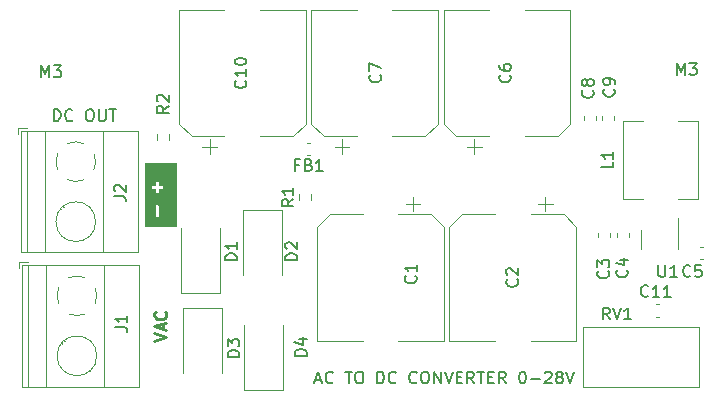
<source format=gbr>
%TF.GenerationSoftware,KiCad,Pcbnew,7.0.5*%
%TF.CreationDate,2023-07-04T22:36:34+05:30*%
%TF.ProjectId,BUCK_LOW_EMI,4255434b-5f4c-44f5-975f-454d492e6b69,rev?*%
%TF.SameCoordinates,Original*%
%TF.FileFunction,Legend,Top*%
%TF.FilePolarity,Positive*%
%FSLAX46Y46*%
G04 Gerber Fmt 4.6, Leading zero omitted, Abs format (unit mm)*
G04 Created by KiCad (PCBNEW 7.0.5) date 2023-07-04 22:36:34*
%MOMM*%
%LPD*%
G01*
G04 APERTURE LIST*
%ADD10C,0.150000*%
%ADD11C,0.250000*%
%ADD12C,0.120000*%
G04 APERTURE END LIST*
D10*
X82789160Y-93384104D02*
X83265350Y-93384104D01*
X82693922Y-93669819D02*
X83027255Y-92669819D01*
X83027255Y-92669819D02*
X83360588Y-93669819D01*
X84265350Y-93574580D02*
X84217731Y-93622200D01*
X84217731Y-93622200D02*
X84074874Y-93669819D01*
X84074874Y-93669819D02*
X83979636Y-93669819D01*
X83979636Y-93669819D02*
X83836779Y-93622200D01*
X83836779Y-93622200D02*
X83741541Y-93526961D01*
X83741541Y-93526961D02*
X83693922Y-93431723D01*
X83693922Y-93431723D02*
X83646303Y-93241247D01*
X83646303Y-93241247D02*
X83646303Y-93098390D01*
X83646303Y-93098390D02*
X83693922Y-92907914D01*
X83693922Y-92907914D02*
X83741541Y-92812676D01*
X83741541Y-92812676D02*
X83836779Y-92717438D01*
X83836779Y-92717438D02*
X83979636Y-92669819D01*
X83979636Y-92669819D02*
X84074874Y-92669819D01*
X84074874Y-92669819D02*
X84217731Y-92717438D01*
X84217731Y-92717438D02*
X84265350Y-92765057D01*
X85312970Y-92669819D02*
X85884398Y-92669819D01*
X85598684Y-93669819D02*
X85598684Y-92669819D01*
X86408208Y-92669819D02*
X86598684Y-92669819D01*
X86598684Y-92669819D02*
X86693922Y-92717438D01*
X86693922Y-92717438D02*
X86789160Y-92812676D01*
X86789160Y-92812676D02*
X86836779Y-93003152D01*
X86836779Y-93003152D02*
X86836779Y-93336485D01*
X86836779Y-93336485D02*
X86789160Y-93526961D01*
X86789160Y-93526961D02*
X86693922Y-93622200D01*
X86693922Y-93622200D02*
X86598684Y-93669819D01*
X86598684Y-93669819D02*
X86408208Y-93669819D01*
X86408208Y-93669819D02*
X86312970Y-93622200D01*
X86312970Y-93622200D02*
X86217732Y-93526961D01*
X86217732Y-93526961D02*
X86170113Y-93336485D01*
X86170113Y-93336485D02*
X86170113Y-93003152D01*
X86170113Y-93003152D02*
X86217732Y-92812676D01*
X86217732Y-92812676D02*
X86312970Y-92717438D01*
X86312970Y-92717438D02*
X86408208Y-92669819D01*
X88027256Y-93669819D02*
X88027256Y-92669819D01*
X88027256Y-92669819D02*
X88265351Y-92669819D01*
X88265351Y-92669819D02*
X88408208Y-92717438D01*
X88408208Y-92717438D02*
X88503446Y-92812676D01*
X88503446Y-92812676D02*
X88551065Y-92907914D01*
X88551065Y-92907914D02*
X88598684Y-93098390D01*
X88598684Y-93098390D02*
X88598684Y-93241247D01*
X88598684Y-93241247D02*
X88551065Y-93431723D01*
X88551065Y-93431723D02*
X88503446Y-93526961D01*
X88503446Y-93526961D02*
X88408208Y-93622200D01*
X88408208Y-93622200D02*
X88265351Y-93669819D01*
X88265351Y-93669819D02*
X88027256Y-93669819D01*
X89598684Y-93574580D02*
X89551065Y-93622200D01*
X89551065Y-93622200D02*
X89408208Y-93669819D01*
X89408208Y-93669819D02*
X89312970Y-93669819D01*
X89312970Y-93669819D02*
X89170113Y-93622200D01*
X89170113Y-93622200D02*
X89074875Y-93526961D01*
X89074875Y-93526961D02*
X89027256Y-93431723D01*
X89027256Y-93431723D02*
X88979637Y-93241247D01*
X88979637Y-93241247D02*
X88979637Y-93098390D01*
X88979637Y-93098390D02*
X89027256Y-92907914D01*
X89027256Y-92907914D02*
X89074875Y-92812676D01*
X89074875Y-92812676D02*
X89170113Y-92717438D01*
X89170113Y-92717438D02*
X89312970Y-92669819D01*
X89312970Y-92669819D02*
X89408208Y-92669819D01*
X89408208Y-92669819D02*
X89551065Y-92717438D01*
X89551065Y-92717438D02*
X89598684Y-92765057D01*
X91360589Y-93574580D02*
X91312970Y-93622200D01*
X91312970Y-93622200D02*
X91170113Y-93669819D01*
X91170113Y-93669819D02*
X91074875Y-93669819D01*
X91074875Y-93669819D02*
X90932018Y-93622200D01*
X90932018Y-93622200D02*
X90836780Y-93526961D01*
X90836780Y-93526961D02*
X90789161Y-93431723D01*
X90789161Y-93431723D02*
X90741542Y-93241247D01*
X90741542Y-93241247D02*
X90741542Y-93098390D01*
X90741542Y-93098390D02*
X90789161Y-92907914D01*
X90789161Y-92907914D02*
X90836780Y-92812676D01*
X90836780Y-92812676D02*
X90932018Y-92717438D01*
X90932018Y-92717438D02*
X91074875Y-92669819D01*
X91074875Y-92669819D02*
X91170113Y-92669819D01*
X91170113Y-92669819D02*
X91312970Y-92717438D01*
X91312970Y-92717438D02*
X91360589Y-92765057D01*
X91979637Y-92669819D02*
X92170113Y-92669819D01*
X92170113Y-92669819D02*
X92265351Y-92717438D01*
X92265351Y-92717438D02*
X92360589Y-92812676D01*
X92360589Y-92812676D02*
X92408208Y-93003152D01*
X92408208Y-93003152D02*
X92408208Y-93336485D01*
X92408208Y-93336485D02*
X92360589Y-93526961D01*
X92360589Y-93526961D02*
X92265351Y-93622200D01*
X92265351Y-93622200D02*
X92170113Y-93669819D01*
X92170113Y-93669819D02*
X91979637Y-93669819D01*
X91979637Y-93669819D02*
X91884399Y-93622200D01*
X91884399Y-93622200D02*
X91789161Y-93526961D01*
X91789161Y-93526961D02*
X91741542Y-93336485D01*
X91741542Y-93336485D02*
X91741542Y-93003152D01*
X91741542Y-93003152D02*
X91789161Y-92812676D01*
X91789161Y-92812676D02*
X91884399Y-92717438D01*
X91884399Y-92717438D02*
X91979637Y-92669819D01*
X92836780Y-93669819D02*
X92836780Y-92669819D01*
X92836780Y-92669819D02*
X93408208Y-93669819D01*
X93408208Y-93669819D02*
X93408208Y-92669819D01*
X93741542Y-92669819D02*
X94074875Y-93669819D01*
X94074875Y-93669819D02*
X94408208Y-92669819D01*
X94741542Y-93146009D02*
X95074875Y-93146009D01*
X95217732Y-93669819D02*
X94741542Y-93669819D01*
X94741542Y-93669819D02*
X94741542Y-92669819D01*
X94741542Y-92669819D02*
X95217732Y-92669819D01*
X96217732Y-93669819D02*
X95884399Y-93193628D01*
X95646304Y-93669819D02*
X95646304Y-92669819D01*
X95646304Y-92669819D02*
X96027256Y-92669819D01*
X96027256Y-92669819D02*
X96122494Y-92717438D01*
X96122494Y-92717438D02*
X96170113Y-92765057D01*
X96170113Y-92765057D02*
X96217732Y-92860295D01*
X96217732Y-92860295D02*
X96217732Y-93003152D01*
X96217732Y-93003152D02*
X96170113Y-93098390D01*
X96170113Y-93098390D02*
X96122494Y-93146009D01*
X96122494Y-93146009D02*
X96027256Y-93193628D01*
X96027256Y-93193628D02*
X95646304Y-93193628D01*
X96503447Y-92669819D02*
X97074875Y-92669819D01*
X96789161Y-93669819D02*
X96789161Y-92669819D01*
X97408209Y-93146009D02*
X97741542Y-93146009D01*
X97884399Y-93669819D02*
X97408209Y-93669819D01*
X97408209Y-93669819D02*
X97408209Y-92669819D01*
X97408209Y-92669819D02*
X97884399Y-92669819D01*
X98884399Y-93669819D02*
X98551066Y-93193628D01*
X98312971Y-93669819D02*
X98312971Y-92669819D01*
X98312971Y-92669819D02*
X98693923Y-92669819D01*
X98693923Y-92669819D02*
X98789161Y-92717438D01*
X98789161Y-92717438D02*
X98836780Y-92765057D01*
X98836780Y-92765057D02*
X98884399Y-92860295D01*
X98884399Y-92860295D02*
X98884399Y-93003152D01*
X98884399Y-93003152D02*
X98836780Y-93098390D01*
X98836780Y-93098390D02*
X98789161Y-93146009D01*
X98789161Y-93146009D02*
X98693923Y-93193628D01*
X98693923Y-93193628D02*
X98312971Y-93193628D01*
X100265352Y-92669819D02*
X100360590Y-92669819D01*
X100360590Y-92669819D02*
X100455828Y-92717438D01*
X100455828Y-92717438D02*
X100503447Y-92765057D01*
X100503447Y-92765057D02*
X100551066Y-92860295D01*
X100551066Y-92860295D02*
X100598685Y-93050771D01*
X100598685Y-93050771D02*
X100598685Y-93288866D01*
X100598685Y-93288866D02*
X100551066Y-93479342D01*
X100551066Y-93479342D02*
X100503447Y-93574580D01*
X100503447Y-93574580D02*
X100455828Y-93622200D01*
X100455828Y-93622200D02*
X100360590Y-93669819D01*
X100360590Y-93669819D02*
X100265352Y-93669819D01*
X100265352Y-93669819D02*
X100170114Y-93622200D01*
X100170114Y-93622200D02*
X100122495Y-93574580D01*
X100122495Y-93574580D02*
X100074876Y-93479342D01*
X100074876Y-93479342D02*
X100027257Y-93288866D01*
X100027257Y-93288866D02*
X100027257Y-93050771D01*
X100027257Y-93050771D02*
X100074876Y-92860295D01*
X100074876Y-92860295D02*
X100122495Y-92765057D01*
X100122495Y-92765057D02*
X100170114Y-92717438D01*
X100170114Y-92717438D02*
X100265352Y-92669819D01*
X101027257Y-93288866D02*
X101789162Y-93288866D01*
X102217733Y-92765057D02*
X102265352Y-92717438D01*
X102265352Y-92717438D02*
X102360590Y-92669819D01*
X102360590Y-92669819D02*
X102598685Y-92669819D01*
X102598685Y-92669819D02*
X102693923Y-92717438D01*
X102693923Y-92717438D02*
X102741542Y-92765057D01*
X102741542Y-92765057D02*
X102789161Y-92860295D01*
X102789161Y-92860295D02*
X102789161Y-92955533D01*
X102789161Y-92955533D02*
X102741542Y-93098390D01*
X102741542Y-93098390D02*
X102170114Y-93669819D01*
X102170114Y-93669819D02*
X102789161Y-93669819D01*
X103360590Y-93098390D02*
X103265352Y-93050771D01*
X103265352Y-93050771D02*
X103217733Y-93003152D01*
X103217733Y-93003152D02*
X103170114Y-92907914D01*
X103170114Y-92907914D02*
X103170114Y-92860295D01*
X103170114Y-92860295D02*
X103217733Y-92765057D01*
X103217733Y-92765057D02*
X103265352Y-92717438D01*
X103265352Y-92717438D02*
X103360590Y-92669819D01*
X103360590Y-92669819D02*
X103551066Y-92669819D01*
X103551066Y-92669819D02*
X103646304Y-92717438D01*
X103646304Y-92717438D02*
X103693923Y-92765057D01*
X103693923Y-92765057D02*
X103741542Y-92860295D01*
X103741542Y-92860295D02*
X103741542Y-92907914D01*
X103741542Y-92907914D02*
X103693923Y-93003152D01*
X103693923Y-93003152D02*
X103646304Y-93050771D01*
X103646304Y-93050771D02*
X103551066Y-93098390D01*
X103551066Y-93098390D02*
X103360590Y-93098390D01*
X103360590Y-93098390D02*
X103265352Y-93146009D01*
X103265352Y-93146009D02*
X103217733Y-93193628D01*
X103217733Y-93193628D02*
X103170114Y-93288866D01*
X103170114Y-93288866D02*
X103170114Y-93479342D01*
X103170114Y-93479342D02*
X103217733Y-93574580D01*
X103217733Y-93574580D02*
X103265352Y-93622200D01*
X103265352Y-93622200D02*
X103360590Y-93669819D01*
X103360590Y-93669819D02*
X103551066Y-93669819D01*
X103551066Y-93669819D02*
X103646304Y-93622200D01*
X103646304Y-93622200D02*
X103693923Y-93574580D01*
X103693923Y-93574580D02*
X103741542Y-93479342D01*
X103741542Y-93479342D02*
X103741542Y-93288866D01*
X103741542Y-93288866D02*
X103693923Y-93193628D01*
X103693923Y-93193628D02*
X103646304Y-93146009D01*
X103646304Y-93146009D02*
X103551066Y-93098390D01*
X104027257Y-92669819D02*
X104360590Y-93669819D01*
X104360590Y-93669819D02*
X104693923Y-92669819D01*
D11*
X69164619Y-90040288D02*
X70164619Y-89706955D01*
X70164619Y-89706955D02*
X69164619Y-89373622D01*
X69878904Y-89087907D02*
X69878904Y-88611717D01*
X70164619Y-89183145D02*
X69164619Y-88849812D01*
X69164619Y-88849812D02*
X70164619Y-88516479D01*
X70069380Y-87611717D02*
X70117000Y-87659336D01*
X70117000Y-87659336D02*
X70164619Y-87802193D01*
X70164619Y-87802193D02*
X70164619Y-87897431D01*
X70164619Y-87897431D02*
X70117000Y-88040288D01*
X70117000Y-88040288D02*
X70021761Y-88135526D01*
X70021761Y-88135526D02*
X69926523Y-88183145D01*
X69926523Y-88183145D02*
X69736047Y-88230764D01*
X69736047Y-88230764D02*
X69593190Y-88230764D01*
X69593190Y-88230764D02*
X69402714Y-88183145D01*
X69402714Y-88183145D02*
X69307476Y-88135526D01*
X69307476Y-88135526D02*
X69212238Y-88040288D01*
X69212238Y-88040288D02*
X69164619Y-87897431D01*
X69164619Y-87897431D02*
X69164619Y-87802193D01*
X69164619Y-87802193D02*
X69212238Y-87659336D01*
X69212238Y-87659336D02*
X69259857Y-87611717D01*
D10*
X60636779Y-71469819D02*
X60636779Y-70469819D01*
X60636779Y-70469819D02*
X60874874Y-70469819D01*
X60874874Y-70469819D02*
X61017731Y-70517438D01*
X61017731Y-70517438D02*
X61112969Y-70612676D01*
X61112969Y-70612676D02*
X61160588Y-70707914D01*
X61160588Y-70707914D02*
X61208207Y-70898390D01*
X61208207Y-70898390D02*
X61208207Y-71041247D01*
X61208207Y-71041247D02*
X61160588Y-71231723D01*
X61160588Y-71231723D02*
X61112969Y-71326961D01*
X61112969Y-71326961D02*
X61017731Y-71422200D01*
X61017731Y-71422200D02*
X60874874Y-71469819D01*
X60874874Y-71469819D02*
X60636779Y-71469819D01*
X62208207Y-71374580D02*
X62160588Y-71422200D01*
X62160588Y-71422200D02*
X62017731Y-71469819D01*
X62017731Y-71469819D02*
X61922493Y-71469819D01*
X61922493Y-71469819D02*
X61779636Y-71422200D01*
X61779636Y-71422200D02*
X61684398Y-71326961D01*
X61684398Y-71326961D02*
X61636779Y-71231723D01*
X61636779Y-71231723D02*
X61589160Y-71041247D01*
X61589160Y-71041247D02*
X61589160Y-70898390D01*
X61589160Y-70898390D02*
X61636779Y-70707914D01*
X61636779Y-70707914D02*
X61684398Y-70612676D01*
X61684398Y-70612676D02*
X61779636Y-70517438D01*
X61779636Y-70517438D02*
X61922493Y-70469819D01*
X61922493Y-70469819D02*
X62017731Y-70469819D01*
X62017731Y-70469819D02*
X62160588Y-70517438D01*
X62160588Y-70517438D02*
X62208207Y-70565057D01*
X63589160Y-70469819D02*
X63779636Y-70469819D01*
X63779636Y-70469819D02*
X63874874Y-70517438D01*
X63874874Y-70517438D02*
X63970112Y-70612676D01*
X63970112Y-70612676D02*
X64017731Y-70803152D01*
X64017731Y-70803152D02*
X64017731Y-71136485D01*
X64017731Y-71136485D02*
X63970112Y-71326961D01*
X63970112Y-71326961D02*
X63874874Y-71422200D01*
X63874874Y-71422200D02*
X63779636Y-71469819D01*
X63779636Y-71469819D02*
X63589160Y-71469819D01*
X63589160Y-71469819D02*
X63493922Y-71422200D01*
X63493922Y-71422200D02*
X63398684Y-71326961D01*
X63398684Y-71326961D02*
X63351065Y-71136485D01*
X63351065Y-71136485D02*
X63351065Y-70803152D01*
X63351065Y-70803152D02*
X63398684Y-70612676D01*
X63398684Y-70612676D02*
X63493922Y-70517438D01*
X63493922Y-70517438D02*
X63589160Y-70469819D01*
X64446303Y-70469819D02*
X64446303Y-71279342D01*
X64446303Y-71279342D02*
X64493922Y-71374580D01*
X64493922Y-71374580D02*
X64541541Y-71422200D01*
X64541541Y-71422200D02*
X64636779Y-71469819D01*
X64636779Y-71469819D02*
X64827255Y-71469819D01*
X64827255Y-71469819D02*
X64922493Y-71422200D01*
X64922493Y-71422200D02*
X64970112Y-71374580D01*
X64970112Y-71374580D02*
X65017731Y-71279342D01*
X65017731Y-71279342D02*
X65017731Y-70469819D01*
X65351065Y-70469819D02*
X65922493Y-70469819D01*
X65636779Y-71469819D02*
X65636779Y-70469819D01*
D11*
G36*
X71042857Y-80430357D02*
G01*
X68382143Y-80430357D01*
X68382143Y-79479877D01*
X69291333Y-79479877D01*
X69306737Y-79532338D01*
X69362214Y-79580409D01*
X69434873Y-79590856D01*
X69501646Y-79560362D01*
X69541333Y-79498608D01*
X69541333Y-78682028D01*
X69525929Y-78629567D01*
X69470452Y-78581496D01*
X69397793Y-78571049D01*
X69331020Y-78601543D01*
X69291333Y-78663297D01*
X69291333Y-79479877D01*
X68382143Y-79479877D01*
X68382143Y-77099492D01*
X68906429Y-77099492D01*
X68936923Y-77166265D01*
X68998677Y-77205952D01*
X69291333Y-77205952D01*
X69291333Y-77479877D01*
X69306737Y-77532338D01*
X69362214Y-77580409D01*
X69434873Y-77590856D01*
X69501646Y-77560362D01*
X69541333Y-77498608D01*
X69541333Y-77205952D01*
X69815257Y-77205952D01*
X69867718Y-77190548D01*
X69915789Y-77135071D01*
X69926236Y-77062412D01*
X69895742Y-76995639D01*
X69833988Y-76955952D01*
X69541333Y-76955952D01*
X69541333Y-76682028D01*
X69525929Y-76629567D01*
X69470452Y-76581496D01*
X69397793Y-76571049D01*
X69331020Y-76601543D01*
X69291333Y-76663297D01*
X69291333Y-76955952D01*
X69017408Y-76955952D01*
X68964947Y-76971356D01*
X68916876Y-77026833D01*
X68906429Y-77099492D01*
X68382143Y-77099492D01*
X68382143Y-74969643D01*
X71042857Y-74969643D01*
X71042857Y-80430357D01*
G37*
D10*
%TO.C,L1*%
X108004819Y-74916666D02*
X108004819Y-75392856D01*
X108004819Y-75392856D02*
X107004819Y-75392856D01*
X108004819Y-74059523D02*
X108004819Y-74630951D01*
X108004819Y-74345237D02*
X107004819Y-74345237D01*
X107004819Y-74345237D02*
X107147676Y-74440475D01*
X107147676Y-74440475D02*
X107242914Y-74535713D01*
X107242914Y-74535713D02*
X107290533Y-74630951D01*
%TO.C,D2*%
X81254819Y-83238094D02*
X80254819Y-83238094D01*
X80254819Y-83238094D02*
X80254819Y-82999999D01*
X80254819Y-82999999D02*
X80302438Y-82857142D01*
X80302438Y-82857142D02*
X80397676Y-82761904D01*
X80397676Y-82761904D02*
X80492914Y-82714285D01*
X80492914Y-82714285D02*
X80683390Y-82666666D01*
X80683390Y-82666666D02*
X80826247Y-82666666D01*
X80826247Y-82666666D02*
X81016723Y-82714285D01*
X81016723Y-82714285D02*
X81111961Y-82761904D01*
X81111961Y-82761904D02*
X81207200Y-82857142D01*
X81207200Y-82857142D02*
X81254819Y-82999999D01*
X81254819Y-82999999D02*
X81254819Y-83238094D01*
X80350057Y-82285713D02*
X80302438Y-82238094D01*
X80302438Y-82238094D02*
X80254819Y-82142856D01*
X80254819Y-82142856D02*
X80254819Y-81904761D01*
X80254819Y-81904761D02*
X80302438Y-81809523D01*
X80302438Y-81809523D02*
X80350057Y-81761904D01*
X80350057Y-81761904D02*
X80445295Y-81714285D01*
X80445295Y-81714285D02*
X80540533Y-81714285D01*
X80540533Y-81714285D02*
X80683390Y-81761904D01*
X80683390Y-81761904D02*
X81254819Y-82333332D01*
X81254819Y-82333332D02*
X81254819Y-81714285D01*
%TO.C,C6*%
X99259580Y-67566666D02*
X99307200Y-67614285D01*
X99307200Y-67614285D02*
X99354819Y-67757142D01*
X99354819Y-67757142D02*
X99354819Y-67852380D01*
X99354819Y-67852380D02*
X99307200Y-67995237D01*
X99307200Y-67995237D02*
X99211961Y-68090475D01*
X99211961Y-68090475D02*
X99116723Y-68138094D01*
X99116723Y-68138094D02*
X98926247Y-68185713D01*
X98926247Y-68185713D02*
X98783390Y-68185713D01*
X98783390Y-68185713D02*
X98592914Y-68138094D01*
X98592914Y-68138094D02*
X98497676Y-68090475D01*
X98497676Y-68090475D02*
X98402438Y-67995237D01*
X98402438Y-67995237D02*
X98354819Y-67852380D01*
X98354819Y-67852380D02*
X98354819Y-67757142D01*
X98354819Y-67757142D02*
X98402438Y-67614285D01*
X98402438Y-67614285D02*
X98450057Y-67566666D01*
X98354819Y-66709523D02*
X98354819Y-66899999D01*
X98354819Y-66899999D02*
X98402438Y-66995237D01*
X98402438Y-66995237D02*
X98450057Y-67042856D01*
X98450057Y-67042856D02*
X98592914Y-67138094D01*
X98592914Y-67138094D02*
X98783390Y-67185713D01*
X98783390Y-67185713D02*
X99164342Y-67185713D01*
X99164342Y-67185713D02*
X99259580Y-67138094D01*
X99259580Y-67138094D02*
X99307200Y-67090475D01*
X99307200Y-67090475D02*
X99354819Y-66995237D01*
X99354819Y-66995237D02*
X99354819Y-66804761D01*
X99354819Y-66804761D02*
X99307200Y-66709523D01*
X99307200Y-66709523D02*
X99259580Y-66661904D01*
X99259580Y-66661904D02*
X99164342Y-66614285D01*
X99164342Y-66614285D02*
X98926247Y-66614285D01*
X98926247Y-66614285D02*
X98831009Y-66661904D01*
X98831009Y-66661904D02*
X98783390Y-66709523D01*
X98783390Y-66709523D02*
X98735771Y-66804761D01*
X98735771Y-66804761D02*
X98735771Y-66995237D01*
X98735771Y-66995237D02*
X98783390Y-67090475D01*
X98783390Y-67090475D02*
X98831009Y-67138094D01*
X98831009Y-67138094D02*
X98926247Y-67185713D01*
%TO.C,C4*%
X109159580Y-84066666D02*
X109207200Y-84114285D01*
X109207200Y-84114285D02*
X109254819Y-84257142D01*
X109254819Y-84257142D02*
X109254819Y-84352380D01*
X109254819Y-84352380D02*
X109207200Y-84495237D01*
X109207200Y-84495237D02*
X109111961Y-84590475D01*
X109111961Y-84590475D02*
X109016723Y-84638094D01*
X109016723Y-84638094D02*
X108826247Y-84685713D01*
X108826247Y-84685713D02*
X108683390Y-84685713D01*
X108683390Y-84685713D02*
X108492914Y-84638094D01*
X108492914Y-84638094D02*
X108397676Y-84590475D01*
X108397676Y-84590475D02*
X108302438Y-84495237D01*
X108302438Y-84495237D02*
X108254819Y-84352380D01*
X108254819Y-84352380D02*
X108254819Y-84257142D01*
X108254819Y-84257142D02*
X108302438Y-84114285D01*
X108302438Y-84114285D02*
X108350057Y-84066666D01*
X108588152Y-83209523D02*
X109254819Y-83209523D01*
X108207200Y-83447618D02*
X108921485Y-83685713D01*
X108921485Y-83685713D02*
X108921485Y-83066666D01*
%TO.C,D3*%
X76354819Y-91438094D02*
X75354819Y-91438094D01*
X75354819Y-91438094D02*
X75354819Y-91199999D01*
X75354819Y-91199999D02*
X75402438Y-91057142D01*
X75402438Y-91057142D02*
X75497676Y-90961904D01*
X75497676Y-90961904D02*
X75592914Y-90914285D01*
X75592914Y-90914285D02*
X75783390Y-90866666D01*
X75783390Y-90866666D02*
X75926247Y-90866666D01*
X75926247Y-90866666D02*
X76116723Y-90914285D01*
X76116723Y-90914285D02*
X76211961Y-90961904D01*
X76211961Y-90961904D02*
X76307200Y-91057142D01*
X76307200Y-91057142D02*
X76354819Y-91199999D01*
X76354819Y-91199999D02*
X76354819Y-91438094D01*
X75354819Y-90533332D02*
X75354819Y-89914285D01*
X75354819Y-89914285D02*
X75735771Y-90247618D01*
X75735771Y-90247618D02*
X75735771Y-90104761D01*
X75735771Y-90104761D02*
X75783390Y-90009523D01*
X75783390Y-90009523D02*
X75831009Y-89961904D01*
X75831009Y-89961904D02*
X75926247Y-89914285D01*
X75926247Y-89914285D02*
X76164342Y-89914285D01*
X76164342Y-89914285D02*
X76259580Y-89961904D01*
X76259580Y-89961904D02*
X76307200Y-90009523D01*
X76307200Y-90009523D02*
X76354819Y-90104761D01*
X76354819Y-90104761D02*
X76354819Y-90390475D01*
X76354819Y-90390475D02*
X76307200Y-90485713D01*
X76307200Y-90485713D02*
X76259580Y-90533332D01*
%TO.C,J1*%
X65854819Y-88933333D02*
X66569104Y-88933333D01*
X66569104Y-88933333D02*
X66711961Y-88980952D01*
X66711961Y-88980952D02*
X66807200Y-89076190D01*
X66807200Y-89076190D02*
X66854819Y-89219047D01*
X66854819Y-89219047D02*
X66854819Y-89314285D01*
X66854819Y-87933333D02*
X66854819Y-88504761D01*
X66854819Y-88219047D02*
X65854819Y-88219047D01*
X65854819Y-88219047D02*
X65997676Y-88314285D01*
X65997676Y-88314285D02*
X66092914Y-88409523D01*
X66092914Y-88409523D02*
X66140533Y-88504761D01*
%TO.C,U1*%
X111838095Y-83654819D02*
X111838095Y-84464342D01*
X111838095Y-84464342D02*
X111885714Y-84559580D01*
X111885714Y-84559580D02*
X111933333Y-84607200D01*
X111933333Y-84607200D02*
X112028571Y-84654819D01*
X112028571Y-84654819D02*
X112219047Y-84654819D01*
X112219047Y-84654819D02*
X112314285Y-84607200D01*
X112314285Y-84607200D02*
X112361904Y-84559580D01*
X112361904Y-84559580D02*
X112409523Y-84464342D01*
X112409523Y-84464342D02*
X112409523Y-83654819D01*
X113409523Y-84654819D02*
X112838095Y-84654819D01*
X113123809Y-84654819D02*
X113123809Y-83654819D01*
X113123809Y-83654819D02*
X113028571Y-83797676D01*
X113028571Y-83797676D02*
X112933333Y-83892914D01*
X112933333Y-83892914D02*
X112838095Y-83940533D01*
%TO.C,C9*%
X108059580Y-68766666D02*
X108107200Y-68814285D01*
X108107200Y-68814285D02*
X108154819Y-68957142D01*
X108154819Y-68957142D02*
X108154819Y-69052380D01*
X108154819Y-69052380D02*
X108107200Y-69195237D01*
X108107200Y-69195237D02*
X108011961Y-69290475D01*
X108011961Y-69290475D02*
X107916723Y-69338094D01*
X107916723Y-69338094D02*
X107726247Y-69385713D01*
X107726247Y-69385713D02*
X107583390Y-69385713D01*
X107583390Y-69385713D02*
X107392914Y-69338094D01*
X107392914Y-69338094D02*
X107297676Y-69290475D01*
X107297676Y-69290475D02*
X107202438Y-69195237D01*
X107202438Y-69195237D02*
X107154819Y-69052380D01*
X107154819Y-69052380D02*
X107154819Y-68957142D01*
X107154819Y-68957142D02*
X107202438Y-68814285D01*
X107202438Y-68814285D02*
X107250057Y-68766666D01*
X108154819Y-68290475D02*
X108154819Y-68099999D01*
X108154819Y-68099999D02*
X108107200Y-68004761D01*
X108107200Y-68004761D02*
X108059580Y-67957142D01*
X108059580Y-67957142D02*
X107916723Y-67861904D01*
X107916723Y-67861904D02*
X107726247Y-67814285D01*
X107726247Y-67814285D02*
X107345295Y-67814285D01*
X107345295Y-67814285D02*
X107250057Y-67861904D01*
X107250057Y-67861904D02*
X107202438Y-67909523D01*
X107202438Y-67909523D02*
X107154819Y-68004761D01*
X107154819Y-68004761D02*
X107154819Y-68195237D01*
X107154819Y-68195237D02*
X107202438Y-68290475D01*
X107202438Y-68290475D02*
X107250057Y-68338094D01*
X107250057Y-68338094D02*
X107345295Y-68385713D01*
X107345295Y-68385713D02*
X107583390Y-68385713D01*
X107583390Y-68385713D02*
X107678628Y-68338094D01*
X107678628Y-68338094D02*
X107726247Y-68290475D01*
X107726247Y-68290475D02*
X107773866Y-68195237D01*
X107773866Y-68195237D02*
X107773866Y-68004761D01*
X107773866Y-68004761D02*
X107726247Y-67909523D01*
X107726247Y-67909523D02*
X107678628Y-67861904D01*
X107678628Y-67861904D02*
X107583390Y-67814285D01*
%TO.C,M3*%
X113390476Y-67554819D02*
X113390476Y-66554819D01*
X113390476Y-66554819D02*
X113723809Y-67269104D01*
X113723809Y-67269104D02*
X114057142Y-66554819D01*
X114057142Y-66554819D02*
X114057142Y-67554819D01*
X114438095Y-66554819D02*
X115057142Y-66554819D01*
X115057142Y-66554819D02*
X114723809Y-66935771D01*
X114723809Y-66935771D02*
X114866666Y-66935771D01*
X114866666Y-66935771D02*
X114961904Y-66983390D01*
X114961904Y-66983390D02*
X115009523Y-67031009D01*
X115009523Y-67031009D02*
X115057142Y-67126247D01*
X115057142Y-67126247D02*
X115057142Y-67364342D01*
X115057142Y-67364342D02*
X115009523Y-67459580D01*
X115009523Y-67459580D02*
X114961904Y-67507200D01*
X114961904Y-67507200D02*
X114866666Y-67554819D01*
X114866666Y-67554819D02*
X114580952Y-67554819D01*
X114580952Y-67554819D02*
X114485714Y-67507200D01*
X114485714Y-67507200D02*
X114438095Y-67459580D01*
%TO.C,RV1*%
X107704761Y-88254819D02*
X107371428Y-87778628D01*
X107133333Y-88254819D02*
X107133333Y-87254819D01*
X107133333Y-87254819D02*
X107514285Y-87254819D01*
X107514285Y-87254819D02*
X107609523Y-87302438D01*
X107609523Y-87302438D02*
X107657142Y-87350057D01*
X107657142Y-87350057D02*
X107704761Y-87445295D01*
X107704761Y-87445295D02*
X107704761Y-87588152D01*
X107704761Y-87588152D02*
X107657142Y-87683390D01*
X107657142Y-87683390D02*
X107609523Y-87731009D01*
X107609523Y-87731009D02*
X107514285Y-87778628D01*
X107514285Y-87778628D02*
X107133333Y-87778628D01*
X107990476Y-87254819D02*
X108323809Y-88254819D01*
X108323809Y-88254819D02*
X108657142Y-87254819D01*
X109514285Y-88254819D02*
X108942857Y-88254819D01*
X109228571Y-88254819D02*
X109228571Y-87254819D01*
X109228571Y-87254819D02*
X109133333Y-87397676D01*
X109133333Y-87397676D02*
X109038095Y-87492914D01*
X109038095Y-87492914D02*
X108942857Y-87540533D01*
%TO.C,C7*%
X88259580Y-67566666D02*
X88307200Y-67614285D01*
X88307200Y-67614285D02*
X88354819Y-67757142D01*
X88354819Y-67757142D02*
X88354819Y-67852380D01*
X88354819Y-67852380D02*
X88307200Y-67995237D01*
X88307200Y-67995237D02*
X88211961Y-68090475D01*
X88211961Y-68090475D02*
X88116723Y-68138094D01*
X88116723Y-68138094D02*
X87926247Y-68185713D01*
X87926247Y-68185713D02*
X87783390Y-68185713D01*
X87783390Y-68185713D02*
X87592914Y-68138094D01*
X87592914Y-68138094D02*
X87497676Y-68090475D01*
X87497676Y-68090475D02*
X87402438Y-67995237D01*
X87402438Y-67995237D02*
X87354819Y-67852380D01*
X87354819Y-67852380D02*
X87354819Y-67757142D01*
X87354819Y-67757142D02*
X87402438Y-67614285D01*
X87402438Y-67614285D02*
X87450057Y-67566666D01*
X87354819Y-67233332D02*
X87354819Y-66566666D01*
X87354819Y-66566666D02*
X88354819Y-66995237D01*
%TO.C,C11*%
X110957142Y-86259580D02*
X110909523Y-86307200D01*
X110909523Y-86307200D02*
X110766666Y-86354819D01*
X110766666Y-86354819D02*
X110671428Y-86354819D01*
X110671428Y-86354819D02*
X110528571Y-86307200D01*
X110528571Y-86307200D02*
X110433333Y-86211961D01*
X110433333Y-86211961D02*
X110385714Y-86116723D01*
X110385714Y-86116723D02*
X110338095Y-85926247D01*
X110338095Y-85926247D02*
X110338095Y-85783390D01*
X110338095Y-85783390D02*
X110385714Y-85592914D01*
X110385714Y-85592914D02*
X110433333Y-85497676D01*
X110433333Y-85497676D02*
X110528571Y-85402438D01*
X110528571Y-85402438D02*
X110671428Y-85354819D01*
X110671428Y-85354819D02*
X110766666Y-85354819D01*
X110766666Y-85354819D02*
X110909523Y-85402438D01*
X110909523Y-85402438D02*
X110957142Y-85450057D01*
X111909523Y-86354819D02*
X111338095Y-86354819D01*
X111623809Y-86354819D02*
X111623809Y-85354819D01*
X111623809Y-85354819D02*
X111528571Y-85497676D01*
X111528571Y-85497676D02*
X111433333Y-85592914D01*
X111433333Y-85592914D02*
X111338095Y-85640533D01*
X112861904Y-86354819D02*
X112290476Y-86354819D01*
X112576190Y-86354819D02*
X112576190Y-85354819D01*
X112576190Y-85354819D02*
X112480952Y-85497676D01*
X112480952Y-85497676D02*
X112385714Y-85592914D01*
X112385714Y-85592914D02*
X112290476Y-85640533D01*
%TO.C,C10*%
X76859580Y-68042857D02*
X76907200Y-68090476D01*
X76907200Y-68090476D02*
X76954819Y-68233333D01*
X76954819Y-68233333D02*
X76954819Y-68328571D01*
X76954819Y-68328571D02*
X76907200Y-68471428D01*
X76907200Y-68471428D02*
X76811961Y-68566666D01*
X76811961Y-68566666D02*
X76716723Y-68614285D01*
X76716723Y-68614285D02*
X76526247Y-68661904D01*
X76526247Y-68661904D02*
X76383390Y-68661904D01*
X76383390Y-68661904D02*
X76192914Y-68614285D01*
X76192914Y-68614285D02*
X76097676Y-68566666D01*
X76097676Y-68566666D02*
X76002438Y-68471428D01*
X76002438Y-68471428D02*
X75954819Y-68328571D01*
X75954819Y-68328571D02*
X75954819Y-68233333D01*
X75954819Y-68233333D02*
X76002438Y-68090476D01*
X76002438Y-68090476D02*
X76050057Y-68042857D01*
X76954819Y-67090476D02*
X76954819Y-67661904D01*
X76954819Y-67376190D02*
X75954819Y-67376190D01*
X75954819Y-67376190D02*
X76097676Y-67471428D01*
X76097676Y-67471428D02*
X76192914Y-67566666D01*
X76192914Y-67566666D02*
X76240533Y-67661904D01*
X75954819Y-66471428D02*
X75954819Y-66376190D01*
X75954819Y-66376190D02*
X76002438Y-66280952D01*
X76002438Y-66280952D02*
X76050057Y-66233333D01*
X76050057Y-66233333D02*
X76145295Y-66185714D01*
X76145295Y-66185714D02*
X76335771Y-66138095D01*
X76335771Y-66138095D02*
X76573866Y-66138095D01*
X76573866Y-66138095D02*
X76764342Y-66185714D01*
X76764342Y-66185714D02*
X76859580Y-66233333D01*
X76859580Y-66233333D02*
X76907200Y-66280952D01*
X76907200Y-66280952D02*
X76954819Y-66376190D01*
X76954819Y-66376190D02*
X76954819Y-66471428D01*
X76954819Y-66471428D02*
X76907200Y-66566666D01*
X76907200Y-66566666D02*
X76859580Y-66614285D01*
X76859580Y-66614285D02*
X76764342Y-66661904D01*
X76764342Y-66661904D02*
X76573866Y-66709523D01*
X76573866Y-66709523D02*
X76335771Y-66709523D01*
X76335771Y-66709523D02*
X76145295Y-66661904D01*
X76145295Y-66661904D02*
X76050057Y-66614285D01*
X76050057Y-66614285D02*
X76002438Y-66566666D01*
X76002438Y-66566666D02*
X75954819Y-66471428D01*
%TO.C,C8*%
X106259580Y-68866666D02*
X106307200Y-68914285D01*
X106307200Y-68914285D02*
X106354819Y-69057142D01*
X106354819Y-69057142D02*
X106354819Y-69152380D01*
X106354819Y-69152380D02*
X106307200Y-69295237D01*
X106307200Y-69295237D02*
X106211961Y-69390475D01*
X106211961Y-69390475D02*
X106116723Y-69438094D01*
X106116723Y-69438094D02*
X105926247Y-69485713D01*
X105926247Y-69485713D02*
X105783390Y-69485713D01*
X105783390Y-69485713D02*
X105592914Y-69438094D01*
X105592914Y-69438094D02*
X105497676Y-69390475D01*
X105497676Y-69390475D02*
X105402438Y-69295237D01*
X105402438Y-69295237D02*
X105354819Y-69152380D01*
X105354819Y-69152380D02*
X105354819Y-69057142D01*
X105354819Y-69057142D02*
X105402438Y-68914285D01*
X105402438Y-68914285D02*
X105450057Y-68866666D01*
X105783390Y-68295237D02*
X105735771Y-68390475D01*
X105735771Y-68390475D02*
X105688152Y-68438094D01*
X105688152Y-68438094D02*
X105592914Y-68485713D01*
X105592914Y-68485713D02*
X105545295Y-68485713D01*
X105545295Y-68485713D02*
X105450057Y-68438094D01*
X105450057Y-68438094D02*
X105402438Y-68390475D01*
X105402438Y-68390475D02*
X105354819Y-68295237D01*
X105354819Y-68295237D02*
X105354819Y-68104761D01*
X105354819Y-68104761D02*
X105402438Y-68009523D01*
X105402438Y-68009523D02*
X105450057Y-67961904D01*
X105450057Y-67961904D02*
X105545295Y-67914285D01*
X105545295Y-67914285D02*
X105592914Y-67914285D01*
X105592914Y-67914285D02*
X105688152Y-67961904D01*
X105688152Y-67961904D02*
X105735771Y-68009523D01*
X105735771Y-68009523D02*
X105783390Y-68104761D01*
X105783390Y-68104761D02*
X105783390Y-68295237D01*
X105783390Y-68295237D02*
X105831009Y-68390475D01*
X105831009Y-68390475D02*
X105878628Y-68438094D01*
X105878628Y-68438094D02*
X105973866Y-68485713D01*
X105973866Y-68485713D02*
X106164342Y-68485713D01*
X106164342Y-68485713D02*
X106259580Y-68438094D01*
X106259580Y-68438094D02*
X106307200Y-68390475D01*
X106307200Y-68390475D02*
X106354819Y-68295237D01*
X106354819Y-68295237D02*
X106354819Y-68104761D01*
X106354819Y-68104761D02*
X106307200Y-68009523D01*
X106307200Y-68009523D02*
X106259580Y-67961904D01*
X106259580Y-67961904D02*
X106164342Y-67914285D01*
X106164342Y-67914285D02*
X105973866Y-67914285D01*
X105973866Y-67914285D02*
X105878628Y-67961904D01*
X105878628Y-67961904D02*
X105831009Y-68009523D01*
X105831009Y-68009523D02*
X105783390Y-68104761D01*
%TO.C,R1*%
X80924819Y-78066666D02*
X80448628Y-78399999D01*
X80924819Y-78638094D02*
X79924819Y-78638094D01*
X79924819Y-78638094D02*
X79924819Y-78257142D01*
X79924819Y-78257142D02*
X79972438Y-78161904D01*
X79972438Y-78161904D02*
X80020057Y-78114285D01*
X80020057Y-78114285D02*
X80115295Y-78066666D01*
X80115295Y-78066666D02*
X80258152Y-78066666D01*
X80258152Y-78066666D02*
X80353390Y-78114285D01*
X80353390Y-78114285D02*
X80401009Y-78161904D01*
X80401009Y-78161904D02*
X80448628Y-78257142D01*
X80448628Y-78257142D02*
X80448628Y-78638094D01*
X80924819Y-77114285D02*
X80924819Y-77685713D01*
X80924819Y-77399999D02*
X79924819Y-77399999D01*
X79924819Y-77399999D02*
X80067676Y-77495237D01*
X80067676Y-77495237D02*
X80162914Y-77590475D01*
X80162914Y-77590475D02*
X80210533Y-77685713D01*
%TO.C,R2*%
X70354819Y-70166666D02*
X69878628Y-70499999D01*
X70354819Y-70738094D02*
X69354819Y-70738094D01*
X69354819Y-70738094D02*
X69354819Y-70357142D01*
X69354819Y-70357142D02*
X69402438Y-70261904D01*
X69402438Y-70261904D02*
X69450057Y-70214285D01*
X69450057Y-70214285D02*
X69545295Y-70166666D01*
X69545295Y-70166666D02*
X69688152Y-70166666D01*
X69688152Y-70166666D02*
X69783390Y-70214285D01*
X69783390Y-70214285D02*
X69831009Y-70261904D01*
X69831009Y-70261904D02*
X69878628Y-70357142D01*
X69878628Y-70357142D02*
X69878628Y-70738094D01*
X69450057Y-69785713D02*
X69402438Y-69738094D01*
X69402438Y-69738094D02*
X69354819Y-69642856D01*
X69354819Y-69642856D02*
X69354819Y-69404761D01*
X69354819Y-69404761D02*
X69402438Y-69309523D01*
X69402438Y-69309523D02*
X69450057Y-69261904D01*
X69450057Y-69261904D02*
X69545295Y-69214285D01*
X69545295Y-69214285D02*
X69640533Y-69214285D01*
X69640533Y-69214285D02*
X69783390Y-69261904D01*
X69783390Y-69261904D02*
X70354819Y-69833332D01*
X70354819Y-69833332D02*
X70354819Y-69214285D01*
%TO.C,C1*%
X91259580Y-84566666D02*
X91307200Y-84614285D01*
X91307200Y-84614285D02*
X91354819Y-84757142D01*
X91354819Y-84757142D02*
X91354819Y-84852380D01*
X91354819Y-84852380D02*
X91307200Y-84995237D01*
X91307200Y-84995237D02*
X91211961Y-85090475D01*
X91211961Y-85090475D02*
X91116723Y-85138094D01*
X91116723Y-85138094D02*
X90926247Y-85185713D01*
X90926247Y-85185713D02*
X90783390Y-85185713D01*
X90783390Y-85185713D02*
X90592914Y-85138094D01*
X90592914Y-85138094D02*
X90497676Y-85090475D01*
X90497676Y-85090475D02*
X90402438Y-84995237D01*
X90402438Y-84995237D02*
X90354819Y-84852380D01*
X90354819Y-84852380D02*
X90354819Y-84757142D01*
X90354819Y-84757142D02*
X90402438Y-84614285D01*
X90402438Y-84614285D02*
X90450057Y-84566666D01*
X91354819Y-83614285D02*
X91354819Y-84185713D01*
X91354819Y-83899999D02*
X90354819Y-83899999D01*
X90354819Y-83899999D02*
X90497676Y-83995237D01*
X90497676Y-83995237D02*
X90592914Y-84090475D01*
X90592914Y-84090475D02*
X90640533Y-84185713D01*
%TO.C,C5*%
X114533333Y-84559580D02*
X114485714Y-84607200D01*
X114485714Y-84607200D02*
X114342857Y-84654819D01*
X114342857Y-84654819D02*
X114247619Y-84654819D01*
X114247619Y-84654819D02*
X114104762Y-84607200D01*
X114104762Y-84607200D02*
X114009524Y-84511961D01*
X114009524Y-84511961D02*
X113961905Y-84416723D01*
X113961905Y-84416723D02*
X113914286Y-84226247D01*
X113914286Y-84226247D02*
X113914286Y-84083390D01*
X113914286Y-84083390D02*
X113961905Y-83892914D01*
X113961905Y-83892914D02*
X114009524Y-83797676D01*
X114009524Y-83797676D02*
X114104762Y-83702438D01*
X114104762Y-83702438D02*
X114247619Y-83654819D01*
X114247619Y-83654819D02*
X114342857Y-83654819D01*
X114342857Y-83654819D02*
X114485714Y-83702438D01*
X114485714Y-83702438D02*
X114533333Y-83750057D01*
X115438095Y-83654819D02*
X114961905Y-83654819D01*
X114961905Y-83654819D02*
X114914286Y-84131009D01*
X114914286Y-84131009D02*
X114961905Y-84083390D01*
X114961905Y-84083390D02*
X115057143Y-84035771D01*
X115057143Y-84035771D02*
X115295238Y-84035771D01*
X115295238Y-84035771D02*
X115390476Y-84083390D01*
X115390476Y-84083390D02*
X115438095Y-84131009D01*
X115438095Y-84131009D02*
X115485714Y-84226247D01*
X115485714Y-84226247D02*
X115485714Y-84464342D01*
X115485714Y-84464342D02*
X115438095Y-84559580D01*
X115438095Y-84559580D02*
X115390476Y-84607200D01*
X115390476Y-84607200D02*
X115295238Y-84654819D01*
X115295238Y-84654819D02*
X115057143Y-84654819D01*
X115057143Y-84654819D02*
X114961905Y-84607200D01*
X114961905Y-84607200D02*
X114914286Y-84559580D01*
%TO.C,D1*%
X76154819Y-83238094D02*
X75154819Y-83238094D01*
X75154819Y-83238094D02*
X75154819Y-82999999D01*
X75154819Y-82999999D02*
X75202438Y-82857142D01*
X75202438Y-82857142D02*
X75297676Y-82761904D01*
X75297676Y-82761904D02*
X75392914Y-82714285D01*
X75392914Y-82714285D02*
X75583390Y-82666666D01*
X75583390Y-82666666D02*
X75726247Y-82666666D01*
X75726247Y-82666666D02*
X75916723Y-82714285D01*
X75916723Y-82714285D02*
X76011961Y-82761904D01*
X76011961Y-82761904D02*
X76107200Y-82857142D01*
X76107200Y-82857142D02*
X76154819Y-82999999D01*
X76154819Y-82999999D02*
X76154819Y-83238094D01*
X76154819Y-81714285D02*
X76154819Y-82285713D01*
X76154819Y-81999999D02*
X75154819Y-81999999D01*
X75154819Y-81999999D02*
X75297676Y-82095237D01*
X75297676Y-82095237D02*
X75392914Y-82190475D01*
X75392914Y-82190475D02*
X75440533Y-82285713D01*
%TO.C,C2*%
X99859580Y-84866666D02*
X99907200Y-84914285D01*
X99907200Y-84914285D02*
X99954819Y-85057142D01*
X99954819Y-85057142D02*
X99954819Y-85152380D01*
X99954819Y-85152380D02*
X99907200Y-85295237D01*
X99907200Y-85295237D02*
X99811961Y-85390475D01*
X99811961Y-85390475D02*
X99716723Y-85438094D01*
X99716723Y-85438094D02*
X99526247Y-85485713D01*
X99526247Y-85485713D02*
X99383390Y-85485713D01*
X99383390Y-85485713D02*
X99192914Y-85438094D01*
X99192914Y-85438094D02*
X99097676Y-85390475D01*
X99097676Y-85390475D02*
X99002438Y-85295237D01*
X99002438Y-85295237D02*
X98954819Y-85152380D01*
X98954819Y-85152380D02*
X98954819Y-85057142D01*
X98954819Y-85057142D02*
X99002438Y-84914285D01*
X99002438Y-84914285D02*
X99050057Y-84866666D01*
X99050057Y-84485713D02*
X99002438Y-84438094D01*
X99002438Y-84438094D02*
X98954819Y-84342856D01*
X98954819Y-84342856D02*
X98954819Y-84104761D01*
X98954819Y-84104761D02*
X99002438Y-84009523D01*
X99002438Y-84009523D02*
X99050057Y-83961904D01*
X99050057Y-83961904D02*
X99145295Y-83914285D01*
X99145295Y-83914285D02*
X99240533Y-83914285D01*
X99240533Y-83914285D02*
X99383390Y-83961904D01*
X99383390Y-83961904D02*
X99954819Y-84533332D01*
X99954819Y-84533332D02*
X99954819Y-83914285D01*
%TO.C,C3*%
X107559580Y-84166666D02*
X107607200Y-84214285D01*
X107607200Y-84214285D02*
X107654819Y-84357142D01*
X107654819Y-84357142D02*
X107654819Y-84452380D01*
X107654819Y-84452380D02*
X107607200Y-84595237D01*
X107607200Y-84595237D02*
X107511961Y-84690475D01*
X107511961Y-84690475D02*
X107416723Y-84738094D01*
X107416723Y-84738094D02*
X107226247Y-84785713D01*
X107226247Y-84785713D02*
X107083390Y-84785713D01*
X107083390Y-84785713D02*
X106892914Y-84738094D01*
X106892914Y-84738094D02*
X106797676Y-84690475D01*
X106797676Y-84690475D02*
X106702438Y-84595237D01*
X106702438Y-84595237D02*
X106654819Y-84452380D01*
X106654819Y-84452380D02*
X106654819Y-84357142D01*
X106654819Y-84357142D02*
X106702438Y-84214285D01*
X106702438Y-84214285D02*
X106750057Y-84166666D01*
X106654819Y-83833332D02*
X106654819Y-83214285D01*
X106654819Y-83214285D02*
X107035771Y-83547618D01*
X107035771Y-83547618D02*
X107035771Y-83404761D01*
X107035771Y-83404761D02*
X107083390Y-83309523D01*
X107083390Y-83309523D02*
X107131009Y-83261904D01*
X107131009Y-83261904D02*
X107226247Y-83214285D01*
X107226247Y-83214285D02*
X107464342Y-83214285D01*
X107464342Y-83214285D02*
X107559580Y-83261904D01*
X107559580Y-83261904D02*
X107607200Y-83309523D01*
X107607200Y-83309523D02*
X107654819Y-83404761D01*
X107654819Y-83404761D02*
X107654819Y-83690475D01*
X107654819Y-83690475D02*
X107607200Y-83785713D01*
X107607200Y-83785713D02*
X107559580Y-83833332D01*
%TO.C,FB1*%
X81366666Y-75161009D02*
X81033333Y-75161009D01*
X81033333Y-75684819D02*
X81033333Y-74684819D01*
X81033333Y-74684819D02*
X81509523Y-74684819D01*
X82223809Y-75161009D02*
X82366666Y-75208628D01*
X82366666Y-75208628D02*
X82414285Y-75256247D01*
X82414285Y-75256247D02*
X82461904Y-75351485D01*
X82461904Y-75351485D02*
X82461904Y-75494342D01*
X82461904Y-75494342D02*
X82414285Y-75589580D01*
X82414285Y-75589580D02*
X82366666Y-75637200D01*
X82366666Y-75637200D02*
X82271428Y-75684819D01*
X82271428Y-75684819D02*
X81890476Y-75684819D01*
X81890476Y-75684819D02*
X81890476Y-74684819D01*
X81890476Y-74684819D02*
X82223809Y-74684819D01*
X82223809Y-74684819D02*
X82319047Y-74732438D01*
X82319047Y-74732438D02*
X82366666Y-74780057D01*
X82366666Y-74780057D02*
X82414285Y-74875295D01*
X82414285Y-74875295D02*
X82414285Y-74970533D01*
X82414285Y-74970533D02*
X82366666Y-75065771D01*
X82366666Y-75065771D02*
X82319047Y-75113390D01*
X82319047Y-75113390D02*
X82223809Y-75161009D01*
X82223809Y-75161009D02*
X81890476Y-75161009D01*
X83414285Y-75684819D02*
X82842857Y-75684819D01*
X83128571Y-75684819D02*
X83128571Y-74684819D01*
X83128571Y-74684819D02*
X83033333Y-74827676D01*
X83033333Y-74827676D02*
X82938095Y-74922914D01*
X82938095Y-74922914D02*
X82842857Y-74970533D01*
%TO.C,M3*%
X59590476Y-67754819D02*
X59590476Y-66754819D01*
X59590476Y-66754819D02*
X59923809Y-67469104D01*
X59923809Y-67469104D02*
X60257142Y-66754819D01*
X60257142Y-66754819D02*
X60257142Y-67754819D01*
X60638095Y-66754819D02*
X61257142Y-66754819D01*
X61257142Y-66754819D02*
X60923809Y-67135771D01*
X60923809Y-67135771D02*
X61066666Y-67135771D01*
X61066666Y-67135771D02*
X61161904Y-67183390D01*
X61161904Y-67183390D02*
X61209523Y-67231009D01*
X61209523Y-67231009D02*
X61257142Y-67326247D01*
X61257142Y-67326247D02*
X61257142Y-67564342D01*
X61257142Y-67564342D02*
X61209523Y-67659580D01*
X61209523Y-67659580D02*
X61161904Y-67707200D01*
X61161904Y-67707200D02*
X61066666Y-67754819D01*
X61066666Y-67754819D02*
X60780952Y-67754819D01*
X60780952Y-67754819D02*
X60685714Y-67707200D01*
X60685714Y-67707200D02*
X60638095Y-67659580D01*
%TO.C,D4*%
X82054819Y-91338094D02*
X81054819Y-91338094D01*
X81054819Y-91338094D02*
X81054819Y-91099999D01*
X81054819Y-91099999D02*
X81102438Y-90957142D01*
X81102438Y-90957142D02*
X81197676Y-90861904D01*
X81197676Y-90861904D02*
X81292914Y-90814285D01*
X81292914Y-90814285D02*
X81483390Y-90766666D01*
X81483390Y-90766666D02*
X81626247Y-90766666D01*
X81626247Y-90766666D02*
X81816723Y-90814285D01*
X81816723Y-90814285D02*
X81911961Y-90861904D01*
X81911961Y-90861904D02*
X82007200Y-90957142D01*
X82007200Y-90957142D02*
X82054819Y-91099999D01*
X82054819Y-91099999D02*
X82054819Y-91338094D01*
X81388152Y-89909523D02*
X82054819Y-89909523D01*
X81007200Y-90147618D02*
X81721485Y-90385713D01*
X81721485Y-90385713D02*
X81721485Y-89766666D01*
%TO.C,J2*%
X65754819Y-77833333D02*
X66469104Y-77833333D01*
X66469104Y-77833333D02*
X66611961Y-77880952D01*
X66611961Y-77880952D02*
X66707200Y-77976190D01*
X66707200Y-77976190D02*
X66754819Y-78119047D01*
X66754819Y-78119047D02*
X66754819Y-78214285D01*
X65850057Y-77404761D02*
X65802438Y-77357142D01*
X65802438Y-77357142D02*
X65754819Y-77261904D01*
X65754819Y-77261904D02*
X65754819Y-77023809D01*
X65754819Y-77023809D02*
X65802438Y-76928571D01*
X65802438Y-76928571D02*
X65850057Y-76880952D01*
X65850057Y-76880952D02*
X65945295Y-76833333D01*
X65945295Y-76833333D02*
X66040533Y-76833333D01*
X66040533Y-76833333D02*
X66183390Y-76880952D01*
X66183390Y-76880952D02*
X66754819Y-77452380D01*
X66754819Y-77452380D02*
X66754819Y-76833333D01*
D12*
%TO.C,L1*%
X108800000Y-78050000D02*
X108800000Y-71450000D01*
X110500000Y-78050000D02*
X108800000Y-78050000D01*
X115200000Y-78050000D02*
X113500000Y-78050000D01*
X108800000Y-71450000D02*
X110500000Y-71450000D01*
X113500000Y-71450000D02*
X115200000Y-71450000D01*
X115200000Y-71450000D02*
X115200000Y-78050000D01*
%TO.C,D2*%
X79950000Y-78990000D02*
X76650000Y-78990000D01*
X79950000Y-78990000D02*
X79950000Y-84500000D01*
X76650000Y-78990000D02*
X76650000Y-84500000D01*
%TO.C,C6*%
X96240000Y-74250000D02*
X96240000Y-73000000D01*
X95615000Y-73625000D02*
X96865000Y-73625000D01*
X94704437Y-72760000D02*
X97490000Y-72760000D01*
X94704437Y-72760000D02*
X93640000Y-71695563D01*
X103295563Y-72760000D02*
X100510000Y-72760000D01*
X103295563Y-72760000D02*
X104360000Y-71695563D01*
X93640000Y-71695563D02*
X93640000Y-62040000D01*
X104360000Y-71695563D02*
X104360000Y-62040000D01*
X93640000Y-62040000D02*
X97490000Y-62040000D01*
X104360000Y-62040000D02*
X100510000Y-62040000D01*
%TO.C,C4*%
X109310000Y-80959420D02*
X109310000Y-81240580D01*
X108290000Y-80959420D02*
X108290000Y-81240580D01*
%TO.C,D3*%
X74850000Y-87290000D02*
X71550000Y-87290000D01*
X74850000Y-87290000D02*
X74850000Y-92800000D01*
X71550000Y-87290000D02*
X71550000Y-92800000D01*
%TO.C,J1*%
X58435000Y-83415000D02*
X57695000Y-83415000D01*
X57695000Y-83415000D02*
X57695000Y-83915000D01*
X67856000Y-83655000D02*
X57935000Y-83655000D01*
X67856000Y-83655000D02*
X67856000Y-93935000D01*
X64896000Y-83655000D02*
X64896000Y-93935000D01*
X59995000Y-83655000D02*
X59995000Y-93935000D01*
X58495000Y-83655000D02*
X58495000Y-93935000D01*
X57935000Y-83655000D02*
X57935000Y-93935000D01*
X61572000Y-90108000D02*
X61526000Y-90061000D01*
X61356000Y-90301000D02*
X61321000Y-90266000D01*
X63870000Y-92405000D02*
X63834000Y-92370000D01*
X63664000Y-92610000D02*
X63618000Y-92563000D01*
X67856000Y-93935000D02*
X57935000Y-93935000D01*
X63278999Y-84720001D02*
G75*
G03*
X61911958Y-84719574I-684000J-1534992D01*
G01*
X64129999Y-86938999D02*
G75*
G03*
X64130426Y-85571958I-1534992J684000D01*
G01*
X61060001Y-85571000D02*
G75*
G03*
X60914748Y-86283805I1535000J-683999D01*
G01*
X60915001Y-86255000D02*
G75*
G03*
X61060245Y-86938318I1679999J0D01*
G01*
X61911000Y-87790000D02*
G75*
G03*
X63278042Y-87790426I684000J1535000D01*
G01*
X64275000Y-91335000D02*
G75*
G03*
X64275000Y-91335000I-1680000J0D01*
G01*
%TO.C,U1*%
X113460000Y-81500000D02*
X113460000Y-79700000D01*
X113460000Y-81500000D02*
X113460000Y-82300000D01*
X110340000Y-81500000D02*
X110340000Y-80700000D01*
X110340000Y-81500000D02*
X110340000Y-82300000D01*
%TO.C,C9*%
X107090000Y-71340580D02*
X107090000Y-71059420D01*
X108110000Y-71340580D02*
X108110000Y-71059420D01*
%TO.C,RV1*%
X105475000Y-88870000D02*
X105475000Y-93940000D01*
X105475000Y-88870000D02*
X115245000Y-88870000D01*
X105475000Y-93940000D02*
X115245000Y-93940000D01*
X115245000Y-88870000D02*
X115245000Y-93940000D01*
%TO.C,C7*%
X85040000Y-74250000D02*
X85040000Y-73000000D01*
X84415000Y-73625000D02*
X85665000Y-73625000D01*
X83504437Y-72760000D02*
X86290000Y-72760000D01*
X83504437Y-72760000D02*
X82440000Y-71695563D01*
X92095563Y-72760000D02*
X89310000Y-72760000D01*
X92095563Y-72760000D02*
X93160000Y-71695563D01*
X82440000Y-71695563D02*
X82440000Y-62040000D01*
X93160000Y-71695563D02*
X93160000Y-62040000D01*
X82440000Y-62040000D02*
X86290000Y-62040000D01*
X93160000Y-62040000D02*
X89310000Y-62040000D01*
%TO.C,C11*%
X111865580Y-88010000D02*
X111584420Y-88010000D01*
X111865580Y-86990000D02*
X111584420Y-86990000D01*
%TO.C,C10*%
X73840000Y-74250000D02*
X73840000Y-73000000D01*
X73215000Y-73625000D02*
X74465000Y-73625000D01*
X72304437Y-72760000D02*
X75090000Y-72760000D01*
X72304437Y-72760000D02*
X71240000Y-71695563D01*
X80895563Y-72760000D02*
X78110000Y-72760000D01*
X80895563Y-72760000D02*
X81960000Y-71695563D01*
X71240000Y-71695563D02*
X71240000Y-62040000D01*
X81960000Y-71695563D02*
X81960000Y-62040000D01*
X71240000Y-62040000D02*
X75090000Y-62040000D01*
X81960000Y-62040000D02*
X78110000Y-62040000D01*
%TO.C,C8*%
X105490000Y-71340580D02*
X105490000Y-71059420D01*
X106510000Y-71340580D02*
X106510000Y-71059420D01*
%TO.C,R1*%
X81377500Y-78137258D02*
X81377500Y-77662742D01*
X82422500Y-78137258D02*
X82422500Y-77662742D01*
%TO.C,R2*%
X69377500Y-73037258D02*
X69377500Y-72562742D01*
X70422500Y-73037258D02*
X70422500Y-72562742D01*
%TO.C,C1*%
X91060000Y-77850000D02*
X91060000Y-79100000D01*
X91685000Y-78475000D02*
X90435000Y-78475000D01*
X92595563Y-79340000D02*
X89810000Y-79340000D01*
X92595563Y-79340000D02*
X93660000Y-80404437D01*
X84004437Y-79340000D02*
X86790000Y-79340000D01*
X84004437Y-79340000D02*
X82940000Y-80404437D01*
X93660000Y-80404437D02*
X93660000Y-90060000D01*
X82940000Y-80404437D02*
X82940000Y-90060000D01*
X93660000Y-90060000D02*
X89810000Y-90060000D01*
X82940000Y-90060000D02*
X86790000Y-90060000D01*
%TO.C,C5*%
X115359420Y-82090000D02*
X115640580Y-82090000D01*
X115359420Y-83110000D02*
X115640580Y-83110000D01*
%TO.C,D1*%
X71450000Y-86010000D02*
X74750000Y-86010000D01*
X71450000Y-86010000D02*
X71450000Y-80500000D01*
X74750000Y-86010000D02*
X74750000Y-80500000D01*
%TO.C,C2*%
X102260000Y-77850000D02*
X102260000Y-79100000D01*
X102885000Y-78475000D02*
X101635000Y-78475000D01*
X103795563Y-79340000D02*
X101010000Y-79340000D01*
X103795563Y-79340000D02*
X104860000Y-80404437D01*
X95204437Y-79340000D02*
X97990000Y-79340000D01*
X95204437Y-79340000D02*
X94140000Y-80404437D01*
X104860000Y-80404437D02*
X104860000Y-90060000D01*
X94140000Y-80404437D02*
X94140000Y-90060000D01*
X104860000Y-90060000D02*
X101010000Y-90060000D01*
X94140000Y-90060000D02*
X97990000Y-90060000D01*
%TO.C,C3*%
X107710000Y-80959420D02*
X107710000Y-81240580D01*
X106690000Y-80959420D02*
X106690000Y-81240580D01*
%TO.C,FB1*%
X82340580Y-74310000D02*
X82059420Y-74310000D01*
X82340580Y-73290000D02*
X82059420Y-73290000D01*
%TO.C,D4*%
X76750000Y-94210000D02*
X80050000Y-94210000D01*
X76750000Y-94210000D02*
X76750000Y-88700000D01*
X80050000Y-94210000D02*
X80050000Y-88700000D01*
%TO.C,J2*%
X58340000Y-72060000D02*
X57600000Y-72060000D01*
X57600000Y-72060000D02*
X57600000Y-72560000D01*
X67761000Y-72300000D02*
X57840000Y-72300000D01*
X67761000Y-72300000D02*
X67761000Y-82580000D01*
X64801000Y-72300000D02*
X64801000Y-82580000D01*
X59900000Y-72300000D02*
X59900000Y-82580000D01*
X58400000Y-72300000D02*
X58400000Y-82580000D01*
X57840000Y-72300000D02*
X57840000Y-82580000D01*
X61477000Y-78753000D02*
X61431000Y-78706000D01*
X61261000Y-78946000D02*
X61226000Y-78911000D01*
X63775000Y-81050000D02*
X63739000Y-81015000D01*
X63569000Y-81255000D02*
X63523000Y-81208000D01*
X67761000Y-82580000D02*
X57840000Y-82580000D01*
X63183999Y-73365001D02*
G75*
G03*
X61816958Y-73364574I-684000J-1534992D01*
G01*
X64034999Y-75583999D02*
G75*
G03*
X64035426Y-74216958I-1534992J684000D01*
G01*
X60965001Y-74216000D02*
G75*
G03*
X60819748Y-74928805I1535000J-683999D01*
G01*
X60820001Y-74900000D02*
G75*
G03*
X60965245Y-75583318I1679999J0D01*
G01*
X61816000Y-76435000D02*
G75*
G03*
X63183042Y-76435426I684000J1535000D01*
G01*
X64180000Y-79980000D02*
G75*
G03*
X64180000Y-79980000I-1680000J0D01*
G01*
%TD*%
M02*

</source>
